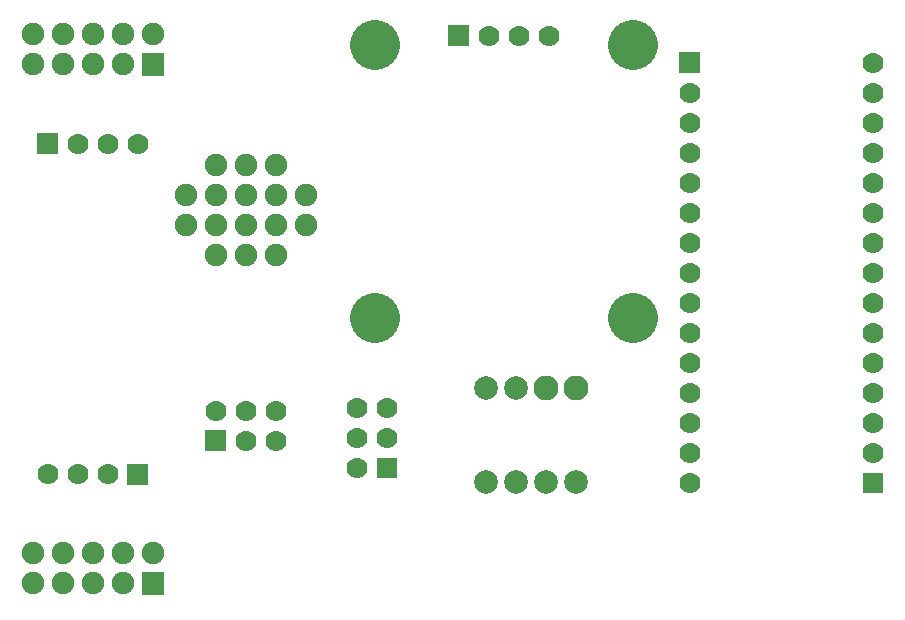
<source format=gbs>
G04 Layer: BottomSolderMaskLayer*
G04 EasyEDA v6.4.17, 2021-03-02T21:28:07+01:00*
G04 1007e7e2c1864e39a1c220729244a999,9c416354eb984020824aaf9c885bead6,10*
G04 Gerber Generator version 0.2*
G04 Scale: 100 percent, Rotated: No, Reflected: No *
G04 Dimensions in inches *
G04 leading zeros omitted , absolute positions ,3 integer and 6 decimal *
%FSLAX36Y36*%
%MOIN*%

%ADD52C,0.1655*%
%ADD55C,0.0749*%
%ADD57R,0.0700X0.0700*%
%ADD58C,0.0700*%
%ADD65C,0.0749*%
%ADD68C,0.0789*%
%ADD69C,0.0830*%

%LPD*%
D52*
X940000Y880000D02*
G01*
X940000Y880000D01*
X1800000Y880000D02*
G01*
X1800000Y880000D01*
X940000Y-30000D02*
G01*
X940000Y-30000D01*
X1800000Y-30000D02*
G01*
X1800000Y-30000D01*
D55*
G01*
X410000Y280000D03*
G01*
X410000Y380000D03*
G01*
X510000Y380000D03*
G01*
X510000Y280000D03*
G01*
X610000Y280000D03*
G01*
X610000Y380000D03*
G01*
X310000Y380000D03*
G01*
X310000Y280000D03*
G01*
X410000Y180000D03*
G01*
X510000Y180000D03*
G01*
X610000Y180000D03*
G01*
X710000Y280000D03*
G01*
X710000Y380000D03*
G01*
X610000Y480000D03*
G01*
X510000Y480000D03*
G01*
X410000Y480000D03*
G36*
X115000Y-586199D02*
G01*
X115000Y-516199D01*
X185000Y-516199D01*
X185000Y-586199D01*
G37*
D58*
G01*
X50000Y-551179D03*
G01*
X-50000Y-551179D03*
G01*
X-150000Y-551179D03*
G36*
X-185000Y516199D02*
G01*
X-185000Y586199D01*
X-115000Y586199D01*
X-115000Y516199D01*
G37*
G01*
X-50000Y551179D03*
G01*
X50000Y551179D03*
G01*
X150000Y551179D03*
G36*
X162500Y-952500D02*
G01*
X162500Y-877500D01*
X237500Y-877500D01*
X237500Y-952500D01*
G37*
D65*
G01*
X200000Y-815000D03*
G01*
X100000Y-915000D03*
G01*
X100000Y-815000D03*
G01*
X0Y-915000D03*
G01*
X0Y-815000D03*
G01*
X-100000Y-915000D03*
G01*
X-100000Y-815000D03*
G01*
X-200000Y-915000D03*
G01*
X-200000Y-815000D03*
G36*
X162500Y777500D02*
G01*
X162500Y852500D01*
X237500Y852500D01*
X237500Y777500D01*
G37*
G01*
X200000Y915000D03*
G01*
X100000Y815000D03*
G01*
X100000Y915000D03*
G01*
X0Y815000D03*
G01*
X0Y915000D03*
G01*
X-100000Y815000D03*
G01*
X-100000Y915000D03*
G01*
X-200000Y815000D03*
G01*
X-200000Y915000D03*
D58*
G01*
X610000Y-340000D03*
G01*
X610000Y-440000D03*
G01*
X510000Y-340000D03*
G01*
X510000Y-440000D03*
G01*
X410000Y-340000D03*
G36*
X375000Y-475000D02*
G01*
X375000Y-405000D01*
X445000Y-405000D01*
X445000Y-475000D01*
G37*
G36*
X1185000Y875000D02*
G01*
X1185000Y945000D01*
X1255000Y945000D01*
X1255000Y875000D01*
G37*
G01*
X1320000Y910000D03*
G01*
X1420000Y910000D03*
G01*
X1520000Y910000D03*
D68*
G01*
X1310000Y-577480D03*
G01*
X1410000Y-577480D03*
G01*
X1510000Y-577480D03*
G01*
X1610000Y-577480D03*
D69*
G01*
X1610000Y-262519D03*
D68*
G01*
X1410000Y-262519D03*
G01*
X1310000Y-262519D03*
D69*
G01*
X1510000Y-262519D03*
D58*
G01*
X1990000Y-580000D03*
G01*
X1990000Y-480000D03*
G01*
X1990000Y-380000D03*
G01*
X1990000Y-280000D03*
G01*
X1990000Y-180000D03*
G01*
X1990000Y-80000D03*
G01*
X1990000Y20000D03*
G01*
X1990000Y120000D03*
G01*
X1990000Y220000D03*
G01*
X1990000Y320000D03*
G01*
X1990000Y420000D03*
G01*
X1990000Y520000D03*
G01*
X1990000Y620000D03*
G01*
X1990000Y720000D03*
G36*
X1955000Y785000D02*
G01*
X1955000Y855000D01*
X2025000Y855000D01*
X2025000Y785000D01*
G37*
G01*
X2600000Y820000D03*
G01*
X2600000Y720000D03*
G01*
X2600000Y620000D03*
G01*
X2600000Y520000D03*
G01*
X2600000Y420000D03*
G01*
X2600000Y320000D03*
G01*
X2600000Y220000D03*
G01*
X2600000Y120000D03*
G01*
X2600000Y20000D03*
G01*
X2600000Y-80000D03*
G01*
X2600000Y-180000D03*
G01*
X2600000Y-280000D03*
G01*
X2600000Y-380000D03*
G01*
X2600000Y-480000D03*
D57*
G01*
X2600000Y-580000D03*
D58*
G01*
X880000Y-330000D03*
G01*
X980000Y-330000D03*
G01*
X880000Y-430000D03*
G01*
X980000Y-430000D03*
G01*
X880000Y-530000D03*
D57*
G01*
X980000Y-530000D03*
M02*

</source>
